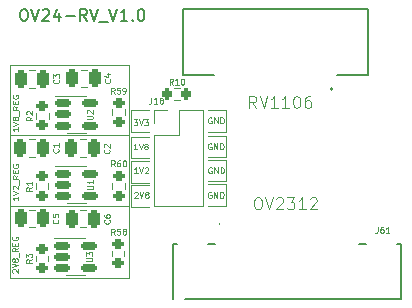
<source format=gto>
G04 #@! TF.GenerationSoftware,KiCad,Pcbnew,9.0.0*
G04 #@! TF.CreationDate,2025-09-01T12:56:58+03:00*
G04 #@! TF.ProjectId,OV24-RV_V1.0,4f563234-2d52-4565-9f56-312e302e6b69,rev?*
G04 #@! TF.SameCoordinates,Original*
G04 #@! TF.FileFunction,Legend,Top*
G04 #@! TF.FilePolarity,Positive*
%FSLAX46Y46*%
G04 Gerber Fmt 4.6, Leading zero omitted, Abs format (unit mm)*
G04 Created by KiCad (PCBNEW 9.0.0) date 2025-09-01 12:56:58*
%MOMM*%
%LPD*%
G01*
G04 APERTURE LIST*
G04 Aperture macros list*
%AMRoundRect*
0 Rectangle with rounded corners*
0 $1 Rounding radius*
0 $2 $3 $4 $5 $6 $7 $8 $9 X,Y pos of 4 corners*
0 Add a 4 corners polygon primitive as box body*
4,1,4,$2,$3,$4,$5,$6,$7,$8,$9,$2,$3,0*
0 Add four circle primitives for the rounded corners*
1,1,$1+$1,$2,$3*
1,1,$1+$1,$4,$5*
1,1,$1+$1,$6,$7*
1,1,$1+$1,$8,$9*
0 Add four rect primitives between the rounded corners*
20,1,$1+$1,$2,$3,$4,$5,0*
20,1,$1+$1,$4,$5,$6,$7,0*
20,1,$1+$1,$6,$7,$8,$9,0*
20,1,$1+$1,$8,$9,$2,$3,0*%
G04 Aperture macros list end*
%ADD10C,0.100000*%
%ADD11C,0.120000*%
%ADD12C,0.050000*%
%ADD13C,0.125000*%
%ADD14C,0.150000*%
%ADD15C,0.200000*%
%ADD16RoundRect,0.150000X-0.512500X-0.150000X0.512500X-0.150000X0.512500X0.150000X-0.512500X0.150000X0*%
%ADD17RoundRect,0.250000X0.250000X0.475000X-0.250000X0.475000X-0.250000X-0.475000X0.250000X-0.475000X0*%
%ADD18R,0.300000X1.100000*%
%ADD19R,2.100000X1.600000*%
%ADD20R,1.300000X0.350000*%
%ADD21R,1.350000X1.350000*%
%ADD22O,1.350000X1.350000*%
%ADD23RoundRect,0.200000X-0.275000X0.200000X-0.275000X-0.200000X0.275000X-0.200000X0.275000X0.200000X0*%
%ADD24RoundRect,0.200000X-0.200000X-0.275000X0.200000X-0.275000X0.200000X0.275000X-0.200000X0.275000X0*%
%ADD25R,0.300000X1.600000*%
%ADD26R,2.240000X3.120000*%
G04 APERTURE END LIST*
D10*
X75210610Y-76623669D02*
X75401086Y-76623669D01*
X75401086Y-76623669D02*
X75496324Y-76671288D01*
X75496324Y-76671288D02*
X75591562Y-76766526D01*
X75591562Y-76766526D02*
X75639181Y-76957002D01*
X75639181Y-76957002D02*
X75639181Y-77290335D01*
X75639181Y-77290335D02*
X75591562Y-77480811D01*
X75591562Y-77480811D02*
X75496324Y-77576050D01*
X75496324Y-77576050D02*
X75401086Y-77623669D01*
X75401086Y-77623669D02*
X75210610Y-77623669D01*
X75210610Y-77623669D02*
X75115372Y-77576050D01*
X75115372Y-77576050D02*
X75020134Y-77480811D01*
X75020134Y-77480811D02*
X74972515Y-77290335D01*
X74972515Y-77290335D02*
X74972515Y-76957002D01*
X74972515Y-76957002D02*
X75020134Y-76766526D01*
X75020134Y-76766526D02*
X75115372Y-76671288D01*
X75115372Y-76671288D02*
X75210610Y-76623669D01*
X75924896Y-76623669D02*
X76258229Y-77623669D01*
X76258229Y-77623669D02*
X76591562Y-76623669D01*
X76877277Y-76718907D02*
X76924896Y-76671288D01*
X76924896Y-76671288D02*
X77020134Y-76623669D01*
X77020134Y-76623669D02*
X77258229Y-76623669D01*
X77258229Y-76623669D02*
X77353467Y-76671288D01*
X77353467Y-76671288D02*
X77401086Y-76718907D01*
X77401086Y-76718907D02*
X77448705Y-76814145D01*
X77448705Y-76814145D02*
X77448705Y-76909383D01*
X77448705Y-76909383D02*
X77401086Y-77052240D01*
X77401086Y-77052240D02*
X76829658Y-77623669D01*
X76829658Y-77623669D02*
X77448705Y-77623669D01*
X77782039Y-76623669D02*
X78401086Y-76623669D01*
X78401086Y-76623669D02*
X78067753Y-77004621D01*
X78067753Y-77004621D02*
X78210610Y-77004621D01*
X78210610Y-77004621D02*
X78305848Y-77052240D01*
X78305848Y-77052240D02*
X78353467Y-77099859D01*
X78353467Y-77099859D02*
X78401086Y-77195097D01*
X78401086Y-77195097D02*
X78401086Y-77433192D01*
X78401086Y-77433192D02*
X78353467Y-77528430D01*
X78353467Y-77528430D02*
X78305848Y-77576050D01*
X78305848Y-77576050D02*
X78210610Y-77623669D01*
X78210610Y-77623669D02*
X77924896Y-77623669D01*
X77924896Y-77623669D02*
X77829658Y-77576050D01*
X77829658Y-77576050D02*
X77782039Y-77528430D01*
X79353467Y-77623669D02*
X78782039Y-77623669D01*
X79067753Y-77623669D02*
X79067753Y-76623669D01*
X79067753Y-76623669D02*
X78972515Y-76766526D01*
X78972515Y-76766526D02*
X78877277Y-76861764D01*
X78877277Y-76861764D02*
X78782039Y-76909383D01*
X79734420Y-76718907D02*
X79782039Y-76671288D01*
X79782039Y-76671288D02*
X79877277Y-76623669D01*
X79877277Y-76623669D02*
X80115372Y-76623669D01*
X80115372Y-76623669D02*
X80210610Y-76671288D01*
X80210610Y-76671288D02*
X80258229Y-76718907D01*
X80258229Y-76718907D02*
X80305848Y-76814145D01*
X80305848Y-76814145D02*
X80305848Y-76909383D01*
X80305848Y-76909383D02*
X80258229Y-77052240D01*
X80258229Y-77052240D02*
X79686801Y-77623669D01*
X79686801Y-77623669D02*
X80305848Y-77623669D01*
X75161562Y-69033669D02*
X74828229Y-68557478D01*
X74590134Y-69033669D02*
X74590134Y-68033669D01*
X74590134Y-68033669D02*
X74971086Y-68033669D01*
X74971086Y-68033669D02*
X75066324Y-68081288D01*
X75066324Y-68081288D02*
X75113943Y-68128907D01*
X75113943Y-68128907D02*
X75161562Y-68224145D01*
X75161562Y-68224145D02*
X75161562Y-68367002D01*
X75161562Y-68367002D02*
X75113943Y-68462240D01*
X75113943Y-68462240D02*
X75066324Y-68509859D01*
X75066324Y-68509859D02*
X74971086Y-68557478D01*
X74971086Y-68557478D02*
X74590134Y-68557478D01*
X75447277Y-68033669D02*
X75780610Y-69033669D01*
X75780610Y-69033669D02*
X76113943Y-68033669D01*
X76971086Y-69033669D02*
X76399658Y-69033669D01*
X76685372Y-69033669D02*
X76685372Y-68033669D01*
X76685372Y-68033669D02*
X76590134Y-68176526D01*
X76590134Y-68176526D02*
X76494896Y-68271764D01*
X76494896Y-68271764D02*
X76399658Y-68319383D01*
X77923467Y-69033669D02*
X77352039Y-69033669D01*
X77637753Y-69033669D02*
X77637753Y-68033669D01*
X77637753Y-68033669D02*
X77542515Y-68176526D01*
X77542515Y-68176526D02*
X77447277Y-68271764D01*
X77447277Y-68271764D02*
X77352039Y-68319383D01*
X78542515Y-68033669D02*
X78637753Y-68033669D01*
X78637753Y-68033669D02*
X78732991Y-68081288D01*
X78732991Y-68081288D02*
X78780610Y-68128907D01*
X78780610Y-68128907D02*
X78828229Y-68224145D01*
X78828229Y-68224145D02*
X78875848Y-68414621D01*
X78875848Y-68414621D02*
X78875848Y-68652716D01*
X78875848Y-68652716D02*
X78828229Y-68843192D01*
X78828229Y-68843192D02*
X78780610Y-68938430D01*
X78780610Y-68938430D02*
X78732991Y-68986050D01*
X78732991Y-68986050D02*
X78637753Y-69033669D01*
X78637753Y-69033669D02*
X78542515Y-69033669D01*
X78542515Y-69033669D02*
X78447277Y-68986050D01*
X78447277Y-68986050D02*
X78399658Y-68938430D01*
X78399658Y-68938430D02*
X78352039Y-68843192D01*
X78352039Y-68843192D02*
X78304420Y-68652716D01*
X78304420Y-68652716D02*
X78304420Y-68414621D01*
X78304420Y-68414621D02*
X78352039Y-68224145D01*
X78352039Y-68224145D02*
X78399658Y-68128907D01*
X78399658Y-68128907D02*
X78447277Y-68081288D01*
X78447277Y-68081288D02*
X78542515Y-68033669D01*
X79732991Y-68033669D02*
X79542515Y-68033669D01*
X79542515Y-68033669D02*
X79447277Y-68081288D01*
X79447277Y-68081288D02*
X79399658Y-68128907D01*
X79399658Y-68128907D02*
X79304420Y-68271764D01*
X79304420Y-68271764D02*
X79256801Y-68462240D01*
X79256801Y-68462240D02*
X79256801Y-68843192D01*
X79256801Y-68843192D02*
X79304420Y-68938430D01*
X79304420Y-68938430D02*
X79352039Y-68986050D01*
X79352039Y-68986050D02*
X79447277Y-69033669D01*
X79447277Y-69033669D02*
X79637753Y-69033669D01*
X79637753Y-69033669D02*
X79732991Y-68986050D01*
X79732991Y-68986050D02*
X79780610Y-68938430D01*
X79780610Y-68938430D02*
X79828229Y-68843192D01*
X79828229Y-68843192D02*
X79828229Y-68605097D01*
X79828229Y-68605097D02*
X79780610Y-68509859D01*
X79780610Y-68509859D02*
X79732991Y-68462240D01*
X79732991Y-68462240D02*
X79637753Y-68414621D01*
X79637753Y-68414621D02*
X79447277Y-68414621D01*
X79447277Y-68414621D02*
X79352039Y-68462240D01*
X79352039Y-68462240D02*
X79304420Y-68509859D01*
X79304420Y-68509859D02*
X79256801Y-68605097D01*
D11*
X72583750Y-71051250D02*
X72583750Y-69211250D01*
X71093750Y-77361250D02*
X72573750Y-77361250D01*
X66043750Y-69241250D02*
X64563750Y-69241250D01*
X71113750Y-75271250D02*
X72593750Y-75271250D01*
X72573750Y-73241250D02*
X72573750Y-71401250D01*
X72573750Y-77361250D02*
X72573750Y-75521250D01*
X72573750Y-75521250D02*
X71073750Y-75521250D01*
X66063750Y-73551250D02*
X64583750Y-73551250D01*
X64563750Y-73311250D02*
X66063750Y-73311250D01*
X71093750Y-73241250D02*
X72573750Y-73241250D01*
X64563750Y-69241250D02*
X64563750Y-71081250D01*
D12*
X54323750Y-71381250D02*
X64373750Y-71381250D01*
X64373750Y-77351250D01*
X54323750Y-77351250D01*
X54323750Y-71381250D01*
D11*
X64583750Y-75391250D02*
X66083750Y-75391250D01*
X72573750Y-71401250D02*
X71073750Y-71401250D01*
X66073750Y-75611250D02*
X64593750Y-75611250D01*
X64583750Y-73551250D02*
X64583750Y-75391250D01*
X71103750Y-71051250D02*
X72583750Y-71051250D01*
X72593750Y-73431250D02*
X71093750Y-73431250D01*
X64563750Y-71471250D02*
X64563750Y-73311250D01*
X66043750Y-71471250D02*
X64563750Y-71471250D01*
X64593750Y-77451250D02*
X66093750Y-77451250D01*
X64563750Y-71081250D02*
X66063750Y-71081250D01*
X72593750Y-75271250D02*
X72593750Y-73431250D01*
D12*
X54323750Y-65411250D02*
X64373750Y-65411250D01*
X64373750Y-71381250D01*
X54323750Y-71381250D01*
X54323750Y-65411250D01*
X54323750Y-77351250D02*
X64373750Y-77351250D01*
X64373750Y-83481250D01*
X54323750Y-83481250D01*
X54323750Y-77351250D01*
D11*
X64593750Y-75611250D02*
X64593750Y-77451250D01*
X72583750Y-69211250D02*
X71083750Y-69211250D01*
D13*
X65126938Y-74583559D02*
X64841224Y-74583559D01*
X64984081Y-74583559D02*
X64984081Y-74083559D01*
X64984081Y-74083559D02*
X64936462Y-74154988D01*
X64936462Y-74154988D02*
X64888843Y-74202607D01*
X64888843Y-74202607D02*
X64841224Y-74226416D01*
X65269795Y-74083559D02*
X65436461Y-74583559D01*
X65436461Y-74583559D02*
X65603128Y-74083559D01*
X65745985Y-74131178D02*
X65769794Y-74107369D01*
X65769794Y-74107369D02*
X65817413Y-74083559D01*
X65817413Y-74083559D02*
X65936461Y-74083559D01*
X65936461Y-74083559D02*
X65984080Y-74107369D01*
X65984080Y-74107369D02*
X66007889Y-74131178D01*
X66007889Y-74131178D02*
X66031699Y-74178797D01*
X66031699Y-74178797D02*
X66031699Y-74226416D01*
X66031699Y-74226416D02*
X66007889Y-74297845D01*
X66007889Y-74297845D02*
X65722175Y-74583559D01*
X65722175Y-74583559D02*
X66031699Y-74583559D01*
D14*
X55401005Y-60681069D02*
X55591481Y-60681069D01*
X55591481Y-60681069D02*
X55686719Y-60728688D01*
X55686719Y-60728688D02*
X55781957Y-60823926D01*
X55781957Y-60823926D02*
X55829576Y-61014402D01*
X55829576Y-61014402D02*
X55829576Y-61347735D01*
X55829576Y-61347735D02*
X55781957Y-61538211D01*
X55781957Y-61538211D02*
X55686719Y-61633450D01*
X55686719Y-61633450D02*
X55591481Y-61681069D01*
X55591481Y-61681069D02*
X55401005Y-61681069D01*
X55401005Y-61681069D02*
X55305767Y-61633450D01*
X55305767Y-61633450D02*
X55210529Y-61538211D01*
X55210529Y-61538211D02*
X55162910Y-61347735D01*
X55162910Y-61347735D02*
X55162910Y-61014402D01*
X55162910Y-61014402D02*
X55210529Y-60823926D01*
X55210529Y-60823926D02*
X55305767Y-60728688D01*
X55305767Y-60728688D02*
X55401005Y-60681069D01*
X56115291Y-60681069D02*
X56448624Y-61681069D01*
X56448624Y-61681069D02*
X56781957Y-60681069D01*
X57067672Y-60776307D02*
X57115291Y-60728688D01*
X57115291Y-60728688D02*
X57210529Y-60681069D01*
X57210529Y-60681069D02*
X57448624Y-60681069D01*
X57448624Y-60681069D02*
X57543862Y-60728688D01*
X57543862Y-60728688D02*
X57591481Y-60776307D01*
X57591481Y-60776307D02*
X57639100Y-60871545D01*
X57639100Y-60871545D02*
X57639100Y-60966783D01*
X57639100Y-60966783D02*
X57591481Y-61109640D01*
X57591481Y-61109640D02*
X57020053Y-61681069D01*
X57020053Y-61681069D02*
X57639100Y-61681069D01*
X58496243Y-61014402D02*
X58496243Y-61681069D01*
X58258148Y-60633450D02*
X58020053Y-61347735D01*
X58020053Y-61347735D02*
X58639100Y-61347735D01*
X59020053Y-61300116D02*
X59781958Y-61300116D01*
X60829576Y-61681069D02*
X60496243Y-61204878D01*
X60258148Y-61681069D02*
X60258148Y-60681069D01*
X60258148Y-60681069D02*
X60639100Y-60681069D01*
X60639100Y-60681069D02*
X60734338Y-60728688D01*
X60734338Y-60728688D02*
X60781957Y-60776307D01*
X60781957Y-60776307D02*
X60829576Y-60871545D01*
X60829576Y-60871545D02*
X60829576Y-61014402D01*
X60829576Y-61014402D02*
X60781957Y-61109640D01*
X60781957Y-61109640D02*
X60734338Y-61157259D01*
X60734338Y-61157259D02*
X60639100Y-61204878D01*
X60639100Y-61204878D02*
X60258148Y-61204878D01*
X61115291Y-60681069D02*
X61448624Y-61681069D01*
X61448624Y-61681069D02*
X61781957Y-60681069D01*
X61877196Y-61776307D02*
X62639100Y-61776307D01*
X62734339Y-60681069D02*
X63067672Y-61681069D01*
X63067672Y-61681069D02*
X63401005Y-60681069D01*
X64258148Y-61681069D02*
X63686720Y-61681069D01*
X63972434Y-61681069D02*
X63972434Y-60681069D01*
X63972434Y-60681069D02*
X63877196Y-60823926D01*
X63877196Y-60823926D02*
X63781958Y-60919164D01*
X63781958Y-60919164D02*
X63686720Y-60966783D01*
X64686720Y-61585830D02*
X64734339Y-61633450D01*
X64734339Y-61633450D02*
X64686720Y-61681069D01*
X64686720Y-61681069D02*
X64639101Y-61633450D01*
X64639101Y-61633450D02*
X64686720Y-61585830D01*
X64686720Y-61585830D02*
X64686720Y-61681069D01*
X65353386Y-60681069D02*
X65448624Y-60681069D01*
X65448624Y-60681069D02*
X65543862Y-60728688D01*
X65543862Y-60728688D02*
X65591481Y-60776307D01*
X65591481Y-60776307D02*
X65639100Y-60871545D01*
X65639100Y-60871545D02*
X65686719Y-61062021D01*
X65686719Y-61062021D02*
X65686719Y-61300116D01*
X65686719Y-61300116D02*
X65639100Y-61490592D01*
X65639100Y-61490592D02*
X65591481Y-61585830D01*
X65591481Y-61585830D02*
X65543862Y-61633450D01*
X65543862Y-61633450D02*
X65448624Y-61681069D01*
X65448624Y-61681069D02*
X65353386Y-61681069D01*
X65353386Y-61681069D02*
X65258148Y-61633450D01*
X65258148Y-61633450D02*
X65210529Y-61585830D01*
X65210529Y-61585830D02*
X65162910Y-61490592D01*
X65162910Y-61490592D02*
X65115291Y-61300116D01*
X65115291Y-61300116D02*
X65115291Y-61062021D01*
X65115291Y-61062021D02*
X65162910Y-60871545D01*
X65162910Y-60871545D02*
X65210529Y-60776307D01*
X65210529Y-60776307D02*
X65258148Y-60728688D01*
X65258148Y-60728688D02*
X65353386Y-60681069D01*
D13*
X71376938Y-74097369D02*
X71329319Y-74073559D01*
X71329319Y-74073559D02*
X71257890Y-74073559D01*
X71257890Y-74073559D02*
X71186462Y-74097369D01*
X71186462Y-74097369D02*
X71138843Y-74144988D01*
X71138843Y-74144988D02*
X71115033Y-74192607D01*
X71115033Y-74192607D02*
X71091224Y-74287845D01*
X71091224Y-74287845D02*
X71091224Y-74359273D01*
X71091224Y-74359273D02*
X71115033Y-74454511D01*
X71115033Y-74454511D02*
X71138843Y-74502130D01*
X71138843Y-74502130D02*
X71186462Y-74549750D01*
X71186462Y-74549750D02*
X71257890Y-74573559D01*
X71257890Y-74573559D02*
X71305509Y-74573559D01*
X71305509Y-74573559D02*
X71376938Y-74549750D01*
X71376938Y-74549750D02*
X71400747Y-74525940D01*
X71400747Y-74525940D02*
X71400747Y-74359273D01*
X71400747Y-74359273D02*
X71305509Y-74359273D01*
X71615033Y-74573559D02*
X71615033Y-74073559D01*
X71615033Y-74073559D02*
X71900747Y-74573559D01*
X71900747Y-74573559D02*
X71900747Y-74073559D01*
X72138843Y-74573559D02*
X72138843Y-74073559D01*
X72138843Y-74073559D02*
X72257891Y-74073559D01*
X72257891Y-74073559D02*
X72329319Y-74097369D01*
X72329319Y-74097369D02*
X72376938Y-74144988D01*
X72376938Y-74144988D02*
X72400748Y-74192607D01*
X72400748Y-74192607D02*
X72424557Y-74287845D01*
X72424557Y-74287845D02*
X72424557Y-74359273D01*
X72424557Y-74359273D02*
X72400748Y-74454511D01*
X72400748Y-74454511D02*
X72376938Y-74502130D01*
X72376938Y-74502130D02*
X72329319Y-74549750D01*
X72329319Y-74549750D02*
X72257891Y-74573559D01*
X72257891Y-74573559D02*
X72138843Y-74573559D01*
X55026059Y-70698061D02*
X55026059Y-70983775D01*
X55026059Y-70840918D02*
X54526059Y-70840918D01*
X54526059Y-70840918D02*
X54597488Y-70888537D01*
X54597488Y-70888537D02*
X54645107Y-70936156D01*
X54645107Y-70936156D02*
X54668916Y-70983775D01*
X54526059Y-70555204D02*
X55026059Y-70388538D01*
X55026059Y-70388538D02*
X54526059Y-70221871D01*
X54740345Y-69983776D02*
X54716535Y-70031395D01*
X54716535Y-70031395D02*
X54692726Y-70055205D01*
X54692726Y-70055205D02*
X54645107Y-70079014D01*
X54645107Y-70079014D02*
X54621297Y-70079014D01*
X54621297Y-70079014D02*
X54573678Y-70055205D01*
X54573678Y-70055205D02*
X54549869Y-70031395D01*
X54549869Y-70031395D02*
X54526059Y-69983776D01*
X54526059Y-69983776D02*
X54526059Y-69888538D01*
X54526059Y-69888538D02*
X54549869Y-69840919D01*
X54549869Y-69840919D02*
X54573678Y-69817110D01*
X54573678Y-69817110D02*
X54621297Y-69793300D01*
X54621297Y-69793300D02*
X54645107Y-69793300D01*
X54645107Y-69793300D02*
X54692726Y-69817110D01*
X54692726Y-69817110D02*
X54716535Y-69840919D01*
X54716535Y-69840919D02*
X54740345Y-69888538D01*
X54740345Y-69888538D02*
X54740345Y-69983776D01*
X54740345Y-69983776D02*
X54764154Y-70031395D01*
X54764154Y-70031395D02*
X54787964Y-70055205D01*
X54787964Y-70055205D02*
X54835583Y-70079014D01*
X54835583Y-70079014D02*
X54930821Y-70079014D01*
X54930821Y-70079014D02*
X54978440Y-70055205D01*
X54978440Y-70055205D02*
X55002250Y-70031395D01*
X55002250Y-70031395D02*
X55026059Y-69983776D01*
X55026059Y-69983776D02*
X55026059Y-69888538D01*
X55026059Y-69888538D02*
X55002250Y-69840919D01*
X55002250Y-69840919D02*
X54978440Y-69817110D01*
X54978440Y-69817110D02*
X54930821Y-69793300D01*
X54930821Y-69793300D02*
X54835583Y-69793300D01*
X54835583Y-69793300D02*
X54787964Y-69817110D01*
X54787964Y-69817110D02*
X54764154Y-69840919D01*
X54764154Y-69840919D02*
X54740345Y-69888538D01*
X55073678Y-69698063D02*
X55073678Y-69317110D01*
X55026059Y-68912349D02*
X54787964Y-69079015D01*
X55026059Y-69198063D02*
X54526059Y-69198063D01*
X54526059Y-69198063D02*
X54526059Y-69007587D01*
X54526059Y-69007587D02*
X54549869Y-68959968D01*
X54549869Y-68959968D02*
X54573678Y-68936158D01*
X54573678Y-68936158D02*
X54621297Y-68912349D01*
X54621297Y-68912349D02*
X54692726Y-68912349D01*
X54692726Y-68912349D02*
X54740345Y-68936158D01*
X54740345Y-68936158D02*
X54764154Y-68959968D01*
X54764154Y-68959968D02*
X54787964Y-69007587D01*
X54787964Y-69007587D02*
X54787964Y-69198063D01*
X54764154Y-68698063D02*
X54764154Y-68531396D01*
X55026059Y-68459968D02*
X55026059Y-68698063D01*
X55026059Y-68698063D02*
X54526059Y-68698063D01*
X54526059Y-68698063D02*
X54526059Y-68459968D01*
X54549869Y-67983777D02*
X54526059Y-68031396D01*
X54526059Y-68031396D02*
X54526059Y-68102825D01*
X54526059Y-68102825D02*
X54549869Y-68174253D01*
X54549869Y-68174253D02*
X54597488Y-68221872D01*
X54597488Y-68221872D02*
X54645107Y-68245682D01*
X54645107Y-68245682D02*
X54740345Y-68269491D01*
X54740345Y-68269491D02*
X54811773Y-68269491D01*
X54811773Y-68269491D02*
X54907011Y-68245682D01*
X54907011Y-68245682D02*
X54954630Y-68221872D01*
X54954630Y-68221872D02*
X55002250Y-68174253D01*
X55002250Y-68174253D02*
X55026059Y-68102825D01*
X55026059Y-68102825D02*
X55026059Y-68055206D01*
X55026059Y-68055206D02*
X55002250Y-67983777D01*
X55002250Y-67983777D02*
X54978440Y-67959968D01*
X54978440Y-67959968D02*
X54811773Y-67959968D01*
X54811773Y-67959968D02*
X54811773Y-68055206D01*
X64787414Y-70023559D02*
X65096938Y-70023559D01*
X65096938Y-70023559D02*
X64930271Y-70214035D01*
X64930271Y-70214035D02*
X65001700Y-70214035D01*
X65001700Y-70214035D02*
X65049319Y-70237845D01*
X65049319Y-70237845D02*
X65073128Y-70261654D01*
X65073128Y-70261654D02*
X65096938Y-70309273D01*
X65096938Y-70309273D02*
X65096938Y-70428321D01*
X65096938Y-70428321D02*
X65073128Y-70475940D01*
X65073128Y-70475940D02*
X65049319Y-70499750D01*
X65049319Y-70499750D02*
X65001700Y-70523559D01*
X65001700Y-70523559D02*
X64858843Y-70523559D01*
X64858843Y-70523559D02*
X64811224Y-70499750D01*
X64811224Y-70499750D02*
X64787414Y-70475940D01*
X65239795Y-70023559D02*
X65406461Y-70523559D01*
X65406461Y-70523559D02*
X65573128Y-70023559D01*
X65692175Y-70023559D02*
X66001699Y-70023559D01*
X66001699Y-70023559D02*
X65835032Y-70214035D01*
X65835032Y-70214035D02*
X65906461Y-70214035D01*
X65906461Y-70214035D02*
X65954080Y-70237845D01*
X65954080Y-70237845D02*
X65977889Y-70261654D01*
X65977889Y-70261654D02*
X66001699Y-70309273D01*
X66001699Y-70309273D02*
X66001699Y-70428321D01*
X66001699Y-70428321D02*
X65977889Y-70475940D01*
X65977889Y-70475940D02*
X65954080Y-70499750D01*
X65954080Y-70499750D02*
X65906461Y-70523559D01*
X65906461Y-70523559D02*
X65763604Y-70523559D01*
X65763604Y-70523559D02*
X65715985Y-70499750D01*
X65715985Y-70499750D02*
X65692175Y-70475940D01*
X54543678Y-82983775D02*
X54519869Y-82959966D01*
X54519869Y-82959966D02*
X54496059Y-82912347D01*
X54496059Y-82912347D02*
X54496059Y-82793299D01*
X54496059Y-82793299D02*
X54519869Y-82745680D01*
X54519869Y-82745680D02*
X54543678Y-82721871D01*
X54543678Y-82721871D02*
X54591297Y-82698061D01*
X54591297Y-82698061D02*
X54638916Y-82698061D01*
X54638916Y-82698061D02*
X54710345Y-82721871D01*
X54710345Y-82721871D02*
X54996059Y-83007585D01*
X54996059Y-83007585D02*
X54996059Y-82698061D01*
X54496059Y-82555204D02*
X54996059Y-82388538D01*
X54996059Y-82388538D02*
X54496059Y-82221871D01*
X54710345Y-81983776D02*
X54686535Y-82031395D01*
X54686535Y-82031395D02*
X54662726Y-82055205D01*
X54662726Y-82055205D02*
X54615107Y-82079014D01*
X54615107Y-82079014D02*
X54591297Y-82079014D01*
X54591297Y-82079014D02*
X54543678Y-82055205D01*
X54543678Y-82055205D02*
X54519869Y-82031395D01*
X54519869Y-82031395D02*
X54496059Y-81983776D01*
X54496059Y-81983776D02*
X54496059Y-81888538D01*
X54496059Y-81888538D02*
X54519869Y-81840919D01*
X54519869Y-81840919D02*
X54543678Y-81817110D01*
X54543678Y-81817110D02*
X54591297Y-81793300D01*
X54591297Y-81793300D02*
X54615107Y-81793300D01*
X54615107Y-81793300D02*
X54662726Y-81817110D01*
X54662726Y-81817110D02*
X54686535Y-81840919D01*
X54686535Y-81840919D02*
X54710345Y-81888538D01*
X54710345Y-81888538D02*
X54710345Y-81983776D01*
X54710345Y-81983776D02*
X54734154Y-82031395D01*
X54734154Y-82031395D02*
X54757964Y-82055205D01*
X54757964Y-82055205D02*
X54805583Y-82079014D01*
X54805583Y-82079014D02*
X54900821Y-82079014D01*
X54900821Y-82079014D02*
X54948440Y-82055205D01*
X54948440Y-82055205D02*
X54972250Y-82031395D01*
X54972250Y-82031395D02*
X54996059Y-81983776D01*
X54996059Y-81983776D02*
X54996059Y-81888538D01*
X54996059Y-81888538D02*
X54972250Y-81840919D01*
X54972250Y-81840919D02*
X54948440Y-81817110D01*
X54948440Y-81817110D02*
X54900821Y-81793300D01*
X54900821Y-81793300D02*
X54805583Y-81793300D01*
X54805583Y-81793300D02*
X54757964Y-81817110D01*
X54757964Y-81817110D02*
X54734154Y-81840919D01*
X54734154Y-81840919D02*
X54710345Y-81888538D01*
X55043678Y-81698063D02*
X55043678Y-81317110D01*
X54996059Y-80912349D02*
X54757964Y-81079015D01*
X54996059Y-81198063D02*
X54496059Y-81198063D01*
X54496059Y-81198063D02*
X54496059Y-81007587D01*
X54496059Y-81007587D02*
X54519869Y-80959968D01*
X54519869Y-80959968D02*
X54543678Y-80936158D01*
X54543678Y-80936158D02*
X54591297Y-80912349D01*
X54591297Y-80912349D02*
X54662726Y-80912349D01*
X54662726Y-80912349D02*
X54710345Y-80936158D01*
X54710345Y-80936158D02*
X54734154Y-80959968D01*
X54734154Y-80959968D02*
X54757964Y-81007587D01*
X54757964Y-81007587D02*
X54757964Y-81198063D01*
X54734154Y-80698063D02*
X54734154Y-80531396D01*
X54996059Y-80459968D02*
X54996059Y-80698063D01*
X54996059Y-80698063D02*
X54496059Y-80698063D01*
X54496059Y-80698063D02*
X54496059Y-80459968D01*
X54519869Y-79983777D02*
X54496059Y-80031396D01*
X54496059Y-80031396D02*
X54496059Y-80102825D01*
X54496059Y-80102825D02*
X54519869Y-80174253D01*
X54519869Y-80174253D02*
X54567488Y-80221872D01*
X54567488Y-80221872D02*
X54615107Y-80245682D01*
X54615107Y-80245682D02*
X54710345Y-80269491D01*
X54710345Y-80269491D02*
X54781773Y-80269491D01*
X54781773Y-80269491D02*
X54877011Y-80245682D01*
X54877011Y-80245682D02*
X54924630Y-80221872D01*
X54924630Y-80221872D02*
X54972250Y-80174253D01*
X54972250Y-80174253D02*
X54996059Y-80102825D01*
X54996059Y-80102825D02*
X54996059Y-80055206D01*
X54996059Y-80055206D02*
X54972250Y-79983777D01*
X54972250Y-79983777D02*
X54948440Y-79959968D01*
X54948440Y-79959968D02*
X54781773Y-79959968D01*
X54781773Y-79959968D02*
X54781773Y-80055206D01*
X71356938Y-72067369D02*
X71309319Y-72043559D01*
X71309319Y-72043559D02*
X71237890Y-72043559D01*
X71237890Y-72043559D02*
X71166462Y-72067369D01*
X71166462Y-72067369D02*
X71118843Y-72114988D01*
X71118843Y-72114988D02*
X71095033Y-72162607D01*
X71095033Y-72162607D02*
X71071224Y-72257845D01*
X71071224Y-72257845D02*
X71071224Y-72329273D01*
X71071224Y-72329273D02*
X71095033Y-72424511D01*
X71095033Y-72424511D02*
X71118843Y-72472130D01*
X71118843Y-72472130D02*
X71166462Y-72519750D01*
X71166462Y-72519750D02*
X71237890Y-72543559D01*
X71237890Y-72543559D02*
X71285509Y-72543559D01*
X71285509Y-72543559D02*
X71356938Y-72519750D01*
X71356938Y-72519750D02*
X71380747Y-72495940D01*
X71380747Y-72495940D02*
X71380747Y-72329273D01*
X71380747Y-72329273D02*
X71285509Y-72329273D01*
X71595033Y-72543559D02*
X71595033Y-72043559D01*
X71595033Y-72043559D02*
X71880747Y-72543559D01*
X71880747Y-72543559D02*
X71880747Y-72043559D01*
X72118843Y-72543559D02*
X72118843Y-72043559D01*
X72118843Y-72043559D02*
X72237891Y-72043559D01*
X72237891Y-72043559D02*
X72309319Y-72067369D01*
X72309319Y-72067369D02*
X72356938Y-72114988D01*
X72356938Y-72114988D02*
X72380748Y-72162607D01*
X72380748Y-72162607D02*
X72404557Y-72257845D01*
X72404557Y-72257845D02*
X72404557Y-72329273D01*
X72404557Y-72329273D02*
X72380748Y-72424511D01*
X72380748Y-72424511D02*
X72356938Y-72472130D01*
X72356938Y-72472130D02*
X72309319Y-72519750D01*
X72309319Y-72519750D02*
X72237891Y-72543559D01*
X72237891Y-72543559D02*
X72118843Y-72543559D01*
X64851224Y-76211178D02*
X64875033Y-76187369D01*
X64875033Y-76187369D02*
X64922652Y-76163559D01*
X64922652Y-76163559D02*
X65041700Y-76163559D01*
X65041700Y-76163559D02*
X65089319Y-76187369D01*
X65089319Y-76187369D02*
X65113128Y-76211178D01*
X65113128Y-76211178D02*
X65136938Y-76258797D01*
X65136938Y-76258797D02*
X65136938Y-76306416D01*
X65136938Y-76306416D02*
X65113128Y-76377845D01*
X65113128Y-76377845D02*
X64827414Y-76663559D01*
X64827414Y-76663559D02*
X65136938Y-76663559D01*
X65279795Y-76163559D02*
X65446461Y-76663559D01*
X65446461Y-76663559D02*
X65613128Y-76163559D01*
X65851223Y-76377845D02*
X65803604Y-76354035D01*
X65803604Y-76354035D02*
X65779794Y-76330226D01*
X65779794Y-76330226D02*
X65755985Y-76282607D01*
X65755985Y-76282607D02*
X65755985Y-76258797D01*
X65755985Y-76258797D02*
X65779794Y-76211178D01*
X65779794Y-76211178D02*
X65803604Y-76187369D01*
X65803604Y-76187369D02*
X65851223Y-76163559D01*
X65851223Y-76163559D02*
X65946461Y-76163559D01*
X65946461Y-76163559D02*
X65994080Y-76187369D01*
X65994080Y-76187369D02*
X66017889Y-76211178D01*
X66017889Y-76211178D02*
X66041699Y-76258797D01*
X66041699Y-76258797D02*
X66041699Y-76282607D01*
X66041699Y-76282607D02*
X66017889Y-76330226D01*
X66017889Y-76330226D02*
X65994080Y-76354035D01*
X65994080Y-76354035D02*
X65946461Y-76377845D01*
X65946461Y-76377845D02*
X65851223Y-76377845D01*
X65851223Y-76377845D02*
X65803604Y-76401654D01*
X65803604Y-76401654D02*
X65779794Y-76425464D01*
X65779794Y-76425464D02*
X65755985Y-76473083D01*
X65755985Y-76473083D02*
X65755985Y-76568321D01*
X65755985Y-76568321D02*
X65779794Y-76615940D01*
X65779794Y-76615940D02*
X65803604Y-76639750D01*
X65803604Y-76639750D02*
X65851223Y-76663559D01*
X65851223Y-76663559D02*
X65946461Y-76663559D01*
X65946461Y-76663559D02*
X65994080Y-76639750D01*
X65994080Y-76639750D02*
X66017889Y-76615940D01*
X66017889Y-76615940D02*
X66041699Y-76568321D01*
X66041699Y-76568321D02*
X66041699Y-76473083D01*
X66041699Y-76473083D02*
X66017889Y-76425464D01*
X66017889Y-76425464D02*
X65994080Y-76401654D01*
X65994080Y-76401654D02*
X65946461Y-76377845D01*
X65066938Y-72563559D02*
X64781224Y-72563559D01*
X64924081Y-72563559D02*
X64924081Y-72063559D01*
X64924081Y-72063559D02*
X64876462Y-72134988D01*
X64876462Y-72134988D02*
X64828843Y-72182607D01*
X64828843Y-72182607D02*
X64781224Y-72206416D01*
X65209795Y-72063559D02*
X65376461Y-72563559D01*
X65376461Y-72563559D02*
X65543128Y-72063559D01*
X65781223Y-72277845D02*
X65733604Y-72254035D01*
X65733604Y-72254035D02*
X65709794Y-72230226D01*
X65709794Y-72230226D02*
X65685985Y-72182607D01*
X65685985Y-72182607D02*
X65685985Y-72158797D01*
X65685985Y-72158797D02*
X65709794Y-72111178D01*
X65709794Y-72111178D02*
X65733604Y-72087369D01*
X65733604Y-72087369D02*
X65781223Y-72063559D01*
X65781223Y-72063559D02*
X65876461Y-72063559D01*
X65876461Y-72063559D02*
X65924080Y-72087369D01*
X65924080Y-72087369D02*
X65947889Y-72111178D01*
X65947889Y-72111178D02*
X65971699Y-72158797D01*
X65971699Y-72158797D02*
X65971699Y-72182607D01*
X65971699Y-72182607D02*
X65947889Y-72230226D01*
X65947889Y-72230226D02*
X65924080Y-72254035D01*
X65924080Y-72254035D02*
X65876461Y-72277845D01*
X65876461Y-72277845D02*
X65781223Y-72277845D01*
X65781223Y-72277845D02*
X65733604Y-72301654D01*
X65733604Y-72301654D02*
X65709794Y-72325464D01*
X65709794Y-72325464D02*
X65685985Y-72373083D01*
X65685985Y-72373083D02*
X65685985Y-72468321D01*
X65685985Y-72468321D02*
X65709794Y-72515940D01*
X65709794Y-72515940D02*
X65733604Y-72539750D01*
X65733604Y-72539750D02*
X65781223Y-72563559D01*
X65781223Y-72563559D02*
X65876461Y-72563559D01*
X65876461Y-72563559D02*
X65924080Y-72539750D01*
X65924080Y-72539750D02*
X65947889Y-72515940D01*
X65947889Y-72515940D02*
X65971699Y-72468321D01*
X65971699Y-72468321D02*
X65971699Y-72373083D01*
X65971699Y-72373083D02*
X65947889Y-72325464D01*
X65947889Y-72325464D02*
X65924080Y-72301654D01*
X65924080Y-72301654D02*
X65876461Y-72277845D01*
X71356938Y-76187369D02*
X71309319Y-76163559D01*
X71309319Y-76163559D02*
X71237890Y-76163559D01*
X71237890Y-76163559D02*
X71166462Y-76187369D01*
X71166462Y-76187369D02*
X71118843Y-76234988D01*
X71118843Y-76234988D02*
X71095033Y-76282607D01*
X71095033Y-76282607D02*
X71071224Y-76377845D01*
X71071224Y-76377845D02*
X71071224Y-76449273D01*
X71071224Y-76449273D02*
X71095033Y-76544511D01*
X71095033Y-76544511D02*
X71118843Y-76592130D01*
X71118843Y-76592130D02*
X71166462Y-76639750D01*
X71166462Y-76639750D02*
X71237890Y-76663559D01*
X71237890Y-76663559D02*
X71285509Y-76663559D01*
X71285509Y-76663559D02*
X71356938Y-76639750D01*
X71356938Y-76639750D02*
X71380747Y-76615940D01*
X71380747Y-76615940D02*
X71380747Y-76449273D01*
X71380747Y-76449273D02*
X71285509Y-76449273D01*
X71595033Y-76663559D02*
X71595033Y-76163559D01*
X71595033Y-76163559D02*
X71880747Y-76663559D01*
X71880747Y-76663559D02*
X71880747Y-76163559D01*
X72118843Y-76663559D02*
X72118843Y-76163559D01*
X72118843Y-76163559D02*
X72237891Y-76163559D01*
X72237891Y-76163559D02*
X72309319Y-76187369D01*
X72309319Y-76187369D02*
X72356938Y-76234988D01*
X72356938Y-76234988D02*
X72380748Y-76282607D01*
X72380748Y-76282607D02*
X72404557Y-76377845D01*
X72404557Y-76377845D02*
X72404557Y-76449273D01*
X72404557Y-76449273D02*
X72380748Y-76544511D01*
X72380748Y-76544511D02*
X72356938Y-76592130D01*
X72356938Y-76592130D02*
X72309319Y-76639750D01*
X72309319Y-76639750D02*
X72237891Y-76663559D01*
X72237891Y-76663559D02*
X72118843Y-76663559D01*
X55026059Y-76548061D02*
X55026059Y-76833775D01*
X55026059Y-76690918D02*
X54526059Y-76690918D01*
X54526059Y-76690918D02*
X54597488Y-76738537D01*
X54597488Y-76738537D02*
X54645107Y-76786156D01*
X54645107Y-76786156D02*
X54668916Y-76833775D01*
X54526059Y-76405204D02*
X55026059Y-76238538D01*
X55026059Y-76238538D02*
X54526059Y-76071871D01*
X54573678Y-75929014D02*
X54549869Y-75905205D01*
X54549869Y-75905205D02*
X54526059Y-75857586D01*
X54526059Y-75857586D02*
X54526059Y-75738538D01*
X54526059Y-75738538D02*
X54549869Y-75690919D01*
X54549869Y-75690919D02*
X54573678Y-75667110D01*
X54573678Y-75667110D02*
X54621297Y-75643300D01*
X54621297Y-75643300D02*
X54668916Y-75643300D01*
X54668916Y-75643300D02*
X54740345Y-75667110D01*
X54740345Y-75667110D02*
X55026059Y-75952824D01*
X55026059Y-75952824D02*
X55026059Y-75643300D01*
X55073678Y-75548063D02*
X55073678Y-75167110D01*
X55026059Y-74762349D02*
X54787964Y-74929015D01*
X55026059Y-75048063D02*
X54526059Y-75048063D01*
X54526059Y-75048063D02*
X54526059Y-74857587D01*
X54526059Y-74857587D02*
X54549869Y-74809968D01*
X54549869Y-74809968D02*
X54573678Y-74786158D01*
X54573678Y-74786158D02*
X54621297Y-74762349D01*
X54621297Y-74762349D02*
X54692726Y-74762349D01*
X54692726Y-74762349D02*
X54740345Y-74786158D01*
X54740345Y-74786158D02*
X54764154Y-74809968D01*
X54764154Y-74809968D02*
X54787964Y-74857587D01*
X54787964Y-74857587D02*
X54787964Y-75048063D01*
X54764154Y-74548063D02*
X54764154Y-74381396D01*
X55026059Y-74309968D02*
X55026059Y-74548063D01*
X55026059Y-74548063D02*
X54526059Y-74548063D01*
X54526059Y-74548063D02*
X54526059Y-74309968D01*
X54549869Y-73833777D02*
X54526059Y-73881396D01*
X54526059Y-73881396D02*
X54526059Y-73952825D01*
X54526059Y-73952825D02*
X54549869Y-74024253D01*
X54549869Y-74024253D02*
X54597488Y-74071872D01*
X54597488Y-74071872D02*
X54645107Y-74095682D01*
X54645107Y-74095682D02*
X54740345Y-74119491D01*
X54740345Y-74119491D02*
X54811773Y-74119491D01*
X54811773Y-74119491D02*
X54907011Y-74095682D01*
X54907011Y-74095682D02*
X54954630Y-74071872D01*
X54954630Y-74071872D02*
X55002250Y-74024253D01*
X55002250Y-74024253D02*
X55026059Y-73952825D01*
X55026059Y-73952825D02*
X55026059Y-73905206D01*
X55026059Y-73905206D02*
X55002250Y-73833777D01*
X55002250Y-73833777D02*
X54978440Y-73809968D01*
X54978440Y-73809968D02*
X54811773Y-73809968D01*
X54811773Y-73809968D02*
X54811773Y-73905206D01*
X71366938Y-69877369D02*
X71319319Y-69853559D01*
X71319319Y-69853559D02*
X71247890Y-69853559D01*
X71247890Y-69853559D02*
X71176462Y-69877369D01*
X71176462Y-69877369D02*
X71128843Y-69924988D01*
X71128843Y-69924988D02*
X71105033Y-69972607D01*
X71105033Y-69972607D02*
X71081224Y-70067845D01*
X71081224Y-70067845D02*
X71081224Y-70139273D01*
X71081224Y-70139273D02*
X71105033Y-70234511D01*
X71105033Y-70234511D02*
X71128843Y-70282130D01*
X71128843Y-70282130D02*
X71176462Y-70329750D01*
X71176462Y-70329750D02*
X71247890Y-70353559D01*
X71247890Y-70353559D02*
X71295509Y-70353559D01*
X71295509Y-70353559D02*
X71366938Y-70329750D01*
X71366938Y-70329750D02*
X71390747Y-70305940D01*
X71390747Y-70305940D02*
X71390747Y-70139273D01*
X71390747Y-70139273D02*
X71295509Y-70139273D01*
X71605033Y-70353559D02*
X71605033Y-69853559D01*
X71605033Y-69853559D02*
X71890747Y-70353559D01*
X71890747Y-70353559D02*
X71890747Y-69853559D01*
X72128843Y-70353559D02*
X72128843Y-69853559D01*
X72128843Y-69853559D02*
X72247891Y-69853559D01*
X72247891Y-69853559D02*
X72319319Y-69877369D01*
X72319319Y-69877369D02*
X72366938Y-69924988D01*
X72366938Y-69924988D02*
X72390748Y-69972607D01*
X72390748Y-69972607D02*
X72414557Y-70067845D01*
X72414557Y-70067845D02*
X72414557Y-70139273D01*
X72414557Y-70139273D02*
X72390748Y-70234511D01*
X72390748Y-70234511D02*
X72366938Y-70282130D01*
X72366938Y-70282130D02*
X72319319Y-70329750D01*
X72319319Y-70329750D02*
X72247891Y-70353559D01*
X72247891Y-70353559D02*
X72128843Y-70353559D01*
D10*
X60859859Y-75932202D02*
X61264621Y-75932202D01*
X61264621Y-75932202D02*
X61312240Y-75908392D01*
X61312240Y-75908392D02*
X61336050Y-75884583D01*
X61336050Y-75884583D02*
X61359859Y-75836964D01*
X61359859Y-75836964D02*
X61359859Y-75741726D01*
X61359859Y-75741726D02*
X61336050Y-75694107D01*
X61336050Y-75694107D02*
X61312240Y-75670297D01*
X61312240Y-75670297D02*
X61264621Y-75646488D01*
X61264621Y-75646488D02*
X60859859Y-75646488D01*
X61359859Y-75146487D02*
X61359859Y-75432201D01*
X61359859Y-75289344D02*
X60859859Y-75289344D01*
X60859859Y-75289344D02*
X60931288Y-75336963D01*
X60931288Y-75336963D02*
X60978907Y-75384582D01*
X60978907Y-75384582D02*
X61002716Y-75432201D01*
X58372240Y-78494583D02*
X58396050Y-78518392D01*
X58396050Y-78518392D02*
X58419859Y-78589821D01*
X58419859Y-78589821D02*
X58419859Y-78637440D01*
X58419859Y-78637440D02*
X58396050Y-78708868D01*
X58396050Y-78708868D02*
X58348430Y-78756487D01*
X58348430Y-78756487D02*
X58300811Y-78780297D01*
X58300811Y-78780297D02*
X58205573Y-78804106D01*
X58205573Y-78804106D02*
X58134145Y-78804106D01*
X58134145Y-78804106D02*
X58038907Y-78780297D01*
X58038907Y-78780297D02*
X57991288Y-78756487D01*
X57991288Y-78756487D02*
X57943669Y-78708868D01*
X57943669Y-78708868D02*
X57919859Y-78637440D01*
X57919859Y-78637440D02*
X57919859Y-78589821D01*
X57919859Y-78589821D02*
X57943669Y-78518392D01*
X57943669Y-78518392D02*
X57967478Y-78494583D01*
X57919859Y-78042202D02*
X57919859Y-78280297D01*
X57919859Y-78280297D02*
X58157954Y-78304106D01*
X58157954Y-78304106D02*
X58134145Y-78280297D01*
X58134145Y-78280297D02*
X58110335Y-78232678D01*
X58110335Y-78232678D02*
X58110335Y-78113630D01*
X58110335Y-78113630D02*
X58134145Y-78066011D01*
X58134145Y-78066011D02*
X58157954Y-78042202D01*
X58157954Y-78042202D02*
X58205573Y-78018392D01*
X58205573Y-78018392D02*
X58324621Y-78018392D01*
X58324621Y-78018392D02*
X58372240Y-78042202D01*
X58372240Y-78042202D02*
X58396050Y-78066011D01*
X58396050Y-78066011D02*
X58419859Y-78113630D01*
X58419859Y-78113630D02*
X58419859Y-78232678D01*
X58419859Y-78232678D02*
X58396050Y-78280297D01*
X58396050Y-78280297D02*
X58372240Y-78304106D01*
X85448988Y-79127359D02*
X85448988Y-79484502D01*
X85448988Y-79484502D02*
X85425179Y-79555930D01*
X85425179Y-79555930D02*
X85377560Y-79603550D01*
X85377560Y-79603550D02*
X85306131Y-79627359D01*
X85306131Y-79627359D02*
X85258512Y-79627359D01*
X85901369Y-79127359D02*
X85806131Y-79127359D01*
X85806131Y-79127359D02*
X85758512Y-79151169D01*
X85758512Y-79151169D02*
X85734702Y-79174978D01*
X85734702Y-79174978D02*
X85687083Y-79246407D01*
X85687083Y-79246407D02*
X85663274Y-79341645D01*
X85663274Y-79341645D02*
X85663274Y-79532121D01*
X85663274Y-79532121D02*
X85687083Y-79579740D01*
X85687083Y-79579740D02*
X85710893Y-79603550D01*
X85710893Y-79603550D02*
X85758512Y-79627359D01*
X85758512Y-79627359D02*
X85853750Y-79627359D01*
X85853750Y-79627359D02*
X85901369Y-79603550D01*
X85901369Y-79603550D02*
X85925178Y-79579740D01*
X85925178Y-79579740D02*
X85948988Y-79532121D01*
X85948988Y-79532121D02*
X85948988Y-79413073D01*
X85948988Y-79413073D02*
X85925178Y-79365454D01*
X85925178Y-79365454D02*
X85901369Y-79341645D01*
X85901369Y-79341645D02*
X85853750Y-79317835D01*
X85853750Y-79317835D02*
X85758512Y-79317835D01*
X85758512Y-79317835D02*
X85710893Y-79341645D01*
X85710893Y-79341645D02*
X85687083Y-79365454D01*
X85687083Y-79365454D02*
X85663274Y-79413073D01*
X86425178Y-79627359D02*
X86139464Y-79627359D01*
X86282321Y-79627359D02*
X86282321Y-79127359D01*
X86282321Y-79127359D02*
X86234702Y-79198788D01*
X86234702Y-79198788D02*
X86187083Y-79246407D01*
X86187083Y-79246407D02*
X86139464Y-79270216D01*
X60769859Y-82022202D02*
X61174621Y-82022202D01*
X61174621Y-82022202D02*
X61222240Y-81998392D01*
X61222240Y-81998392D02*
X61246050Y-81974583D01*
X61246050Y-81974583D02*
X61269859Y-81926964D01*
X61269859Y-81926964D02*
X61269859Y-81831726D01*
X61269859Y-81831726D02*
X61246050Y-81784107D01*
X61246050Y-81784107D02*
X61222240Y-81760297D01*
X61222240Y-81760297D02*
X61174621Y-81736488D01*
X61174621Y-81736488D02*
X60769859Y-81736488D01*
X60769859Y-81546011D02*
X60769859Y-81236487D01*
X60769859Y-81236487D02*
X60960335Y-81403154D01*
X60960335Y-81403154D02*
X60960335Y-81331725D01*
X60960335Y-81331725D02*
X60984145Y-81284106D01*
X60984145Y-81284106D02*
X61007954Y-81260297D01*
X61007954Y-81260297D02*
X61055573Y-81236487D01*
X61055573Y-81236487D02*
X61174621Y-81236487D01*
X61174621Y-81236487D02*
X61222240Y-81260297D01*
X61222240Y-81260297D02*
X61246050Y-81284106D01*
X61246050Y-81284106D02*
X61269859Y-81331725D01*
X61269859Y-81331725D02*
X61269859Y-81474582D01*
X61269859Y-81474582D02*
X61246050Y-81522201D01*
X61246050Y-81522201D02*
X61222240Y-81546011D01*
X58382240Y-72514583D02*
X58406050Y-72538392D01*
X58406050Y-72538392D02*
X58429859Y-72609821D01*
X58429859Y-72609821D02*
X58429859Y-72657440D01*
X58429859Y-72657440D02*
X58406050Y-72728868D01*
X58406050Y-72728868D02*
X58358430Y-72776487D01*
X58358430Y-72776487D02*
X58310811Y-72800297D01*
X58310811Y-72800297D02*
X58215573Y-72824106D01*
X58215573Y-72824106D02*
X58144145Y-72824106D01*
X58144145Y-72824106D02*
X58048907Y-72800297D01*
X58048907Y-72800297D02*
X58001288Y-72776487D01*
X58001288Y-72776487D02*
X57953669Y-72728868D01*
X57953669Y-72728868D02*
X57929859Y-72657440D01*
X57929859Y-72657440D02*
X57929859Y-72609821D01*
X57929859Y-72609821D02*
X57953669Y-72538392D01*
X57953669Y-72538392D02*
X57977478Y-72514583D01*
X58429859Y-72038392D02*
X58429859Y-72324106D01*
X58429859Y-72181249D02*
X57929859Y-72181249D01*
X57929859Y-72181249D02*
X58001288Y-72228868D01*
X58001288Y-72228868D02*
X58048907Y-72276487D01*
X58048907Y-72276487D02*
X58072716Y-72324106D01*
X62772240Y-66624583D02*
X62796050Y-66648392D01*
X62796050Y-66648392D02*
X62819859Y-66719821D01*
X62819859Y-66719821D02*
X62819859Y-66767440D01*
X62819859Y-66767440D02*
X62796050Y-66838868D01*
X62796050Y-66838868D02*
X62748430Y-66886487D01*
X62748430Y-66886487D02*
X62700811Y-66910297D01*
X62700811Y-66910297D02*
X62605573Y-66934106D01*
X62605573Y-66934106D02*
X62534145Y-66934106D01*
X62534145Y-66934106D02*
X62438907Y-66910297D01*
X62438907Y-66910297D02*
X62391288Y-66886487D01*
X62391288Y-66886487D02*
X62343669Y-66838868D01*
X62343669Y-66838868D02*
X62319859Y-66767440D01*
X62319859Y-66767440D02*
X62319859Y-66719821D01*
X62319859Y-66719821D02*
X62343669Y-66648392D01*
X62343669Y-66648392D02*
X62367478Y-66624583D01*
X62486526Y-66196011D02*
X62819859Y-66196011D01*
X62296050Y-66315059D02*
X62653192Y-66434106D01*
X62653192Y-66434106D02*
X62653192Y-66124583D01*
X66288988Y-68177359D02*
X66288988Y-68534502D01*
X66288988Y-68534502D02*
X66265179Y-68605930D01*
X66265179Y-68605930D02*
X66217560Y-68653550D01*
X66217560Y-68653550D02*
X66146131Y-68677359D01*
X66146131Y-68677359D02*
X66098512Y-68677359D01*
X66788988Y-68677359D02*
X66503274Y-68677359D01*
X66646131Y-68677359D02*
X66646131Y-68177359D01*
X66646131Y-68177359D02*
X66598512Y-68248788D01*
X66598512Y-68248788D02*
X66550893Y-68296407D01*
X66550893Y-68296407D02*
X66503274Y-68320216D01*
X67074702Y-68391645D02*
X67027083Y-68367835D01*
X67027083Y-68367835D02*
X67003273Y-68344026D01*
X67003273Y-68344026D02*
X66979464Y-68296407D01*
X66979464Y-68296407D02*
X66979464Y-68272597D01*
X66979464Y-68272597D02*
X67003273Y-68224978D01*
X67003273Y-68224978D02*
X67027083Y-68201169D01*
X67027083Y-68201169D02*
X67074702Y-68177359D01*
X67074702Y-68177359D02*
X67169940Y-68177359D01*
X67169940Y-68177359D02*
X67217559Y-68201169D01*
X67217559Y-68201169D02*
X67241368Y-68224978D01*
X67241368Y-68224978D02*
X67265178Y-68272597D01*
X67265178Y-68272597D02*
X67265178Y-68296407D01*
X67265178Y-68296407D02*
X67241368Y-68344026D01*
X67241368Y-68344026D02*
X67217559Y-68367835D01*
X67217559Y-68367835D02*
X67169940Y-68391645D01*
X67169940Y-68391645D02*
X67074702Y-68391645D01*
X67074702Y-68391645D02*
X67027083Y-68415454D01*
X67027083Y-68415454D02*
X67003273Y-68439264D01*
X67003273Y-68439264D02*
X66979464Y-68486883D01*
X66979464Y-68486883D02*
X66979464Y-68582121D01*
X66979464Y-68582121D02*
X67003273Y-68629740D01*
X67003273Y-68629740D02*
X67027083Y-68653550D01*
X67027083Y-68653550D02*
X67074702Y-68677359D01*
X67074702Y-68677359D02*
X67169940Y-68677359D01*
X67169940Y-68677359D02*
X67217559Y-68653550D01*
X67217559Y-68653550D02*
X67241368Y-68629740D01*
X67241368Y-68629740D02*
X67265178Y-68582121D01*
X67265178Y-68582121D02*
X67265178Y-68486883D01*
X67265178Y-68486883D02*
X67241368Y-68439264D01*
X67241368Y-68439264D02*
X67217559Y-68415454D01*
X67217559Y-68415454D02*
X67169940Y-68391645D01*
X63162321Y-67827359D02*
X62995655Y-67589264D01*
X62876607Y-67827359D02*
X62876607Y-67327359D01*
X62876607Y-67327359D02*
X63067083Y-67327359D01*
X63067083Y-67327359D02*
X63114702Y-67351169D01*
X63114702Y-67351169D02*
X63138512Y-67374978D01*
X63138512Y-67374978D02*
X63162321Y-67422597D01*
X63162321Y-67422597D02*
X63162321Y-67494026D01*
X63162321Y-67494026D02*
X63138512Y-67541645D01*
X63138512Y-67541645D02*
X63114702Y-67565454D01*
X63114702Y-67565454D02*
X63067083Y-67589264D01*
X63067083Y-67589264D02*
X62876607Y-67589264D01*
X63614702Y-67327359D02*
X63376607Y-67327359D01*
X63376607Y-67327359D02*
X63352798Y-67565454D01*
X63352798Y-67565454D02*
X63376607Y-67541645D01*
X63376607Y-67541645D02*
X63424226Y-67517835D01*
X63424226Y-67517835D02*
X63543274Y-67517835D01*
X63543274Y-67517835D02*
X63590893Y-67541645D01*
X63590893Y-67541645D02*
X63614702Y-67565454D01*
X63614702Y-67565454D02*
X63638512Y-67613073D01*
X63638512Y-67613073D02*
X63638512Y-67732121D01*
X63638512Y-67732121D02*
X63614702Y-67779740D01*
X63614702Y-67779740D02*
X63590893Y-67803550D01*
X63590893Y-67803550D02*
X63543274Y-67827359D01*
X63543274Y-67827359D02*
X63424226Y-67827359D01*
X63424226Y-67827359D02*
X63376607Y-67803550D01*
X63376607Y-67803550D02*
X63352798Y-67779740D01*
X63876607Y-67827359D02*
X63971845Y-67827359D01*
X63971845Y-67827359D02*
X64019464Y-67803550D01*
X64019464Y-67803550D02*
X64043273Y-67779740D01*
X64043273Y-67779740D02*
X64090892Y-67708311D01*
X64090892Y-67708311D02*
X64114702Y-67613073D01*
X64114702Y-67613073D02*
X64114702Y-67422597D01*
X64114702Y-67422597D02*
X64090892Y-67374978D01*
X64090892Y-67374978D02*
X64067083Y-67351169D01*
X64067083Y-67351169D02*
X64019464Y-67327359D01*
X64019464Y-67327359D02*
X63924226Y-67327359D01*
X63924226Y-67327359D02*
X63876607Y-67351169D01*
X63876607Y-67351169D02*
X63852797Y-67374978D01*
X63852797Y-67374978D02*
X63828988Y-67422597D01*
X63828988Y-67422597D02*
X63828988Y-67541645D01*
X63828988Y-67541645D02*
X63852797Y-67589264D01*
X63852797Y-67589264D02*
X63876607Y-67613073D01*
X63876607Y-67613073D02*
X63924226Y-67636883D01*
X63924226Y-67636883D02*
X64019464Y-67636883D01*
X64019464Y-67636883D02*
X64067083Y-67613073D01*
X64067083Y-67613073D02*
X64090892Y-67589264D01*
X64090892Y-67589264D02*
X64114702Y-67541645D01*
X60799859Y-70002202D02*
X61204621Y-70002202D01*
X61204621Y-70002202D02*
X61252240Y-69978392D01*
X61252240Y-69978392D02*
X61276050Y-69954583D01*
X61276050Y-69954583D02*
X61299859Y-69906964D01*
X61299859Y-69906964D02*
X61299859Y-69811726D01*
X61299859Y-69811726D02*
X61276050Y-69764107D01*
X61276050Y-69764107D02*
X61252240Y-69740297D01*
X61252240Y-69740297D02*
X61204621Y-69716488D01*
X61204621Y-69716488D02*
X60799859Y-69716488D01*
X60847478Y-69502201D02*
X60823669Y-69478392D01*
X60823669Y-69478392D02*
X60799859Y-69430773D01*
X60799859Y-69430773D02*
X60799859Y-69311725D01*
X60799859Y-69311725D02*
X60823669Y-69264106D01*
X60823669Y-69264106D02*
X60847478Y-69240297D01*
X60847478Y-69240297D02*
X60895097Y-69216487D01*
X60895097Y-69216487D02*
X60942716Y-69216487D01*
X60942716Y-69216487D02*
X61014145Y-69240297D01*
X61014145Y-69240297D02*
X61299859Y-69526011D01*
X61299859Y-69526011D02*
X61299859Y-69216487D01*
X62712240Y-72584583D02*
X62736050Y-72608392D01*
X62736050Y-72608392D02*
X62759859Y-72679821D01*
X62759859Y-72679821D02*
X62759859Y-72727440D01*
X62759859Y-72727440D02*
X62736050Y-72798868D01*
X62736050Y-72798868D02*
X62688430Y-72846487D01*
X62688430Y-72846487D02*
X62640811Y-72870297D01*
X62640811Y-72870297D02*
X62545573Y-72894106D01*
X62545573Y-72894106D02*
X62474145Y-72894106D01*
X62474145Y-72894106D02*
X62378907Y-72870297D01*
X62378907Y-72870297D02*
X62331288Y-72846487D01*
X62331288Y-72846487D02*
X62283669Y-72798868D01*
X62283669Y-72798868D02*
X62259859Y-72727440D01*
X62259859Y-72727440D02*
X62259859Y-72679821D01*
X62259859Y-72679821D02*
X62283669Y-72608392D01*
X62283669Y-72608392D02*
X62307478Y-72584583D01*
X62307478Y-72394106D02*
X62283669Y-72370297D01*
X62283669Y-72370297D02*
X62259859Y-72322678D01*
X62259859Y-72322678D02*
X62259859Y-72203630D01*
X62259859Y-72203630D02*
X62283669Y-72156011D01*
X62283669Y-72156011D02*
X62307478Y-72132202D01*
X62307478Y-72132202D02*
X62355097Y-72108392D01*
X62355097Y-72108392D02*
X62402716Y-72108392D01*
X62402716Y-72108392D02*
X62474145Y-72132202D01*
X62474145Y-72132202D02*
X62759859Y-72417916D01*
X62759859Y-72417916D02*
X62759859Y-72108392D01*
X68107321Y-67067359D02*
X67940655Y-66829264D01*
X67821607Y-67067359D02*
X67821607Y-66567359D01*
X67821607Y-66567359D02*
X68012083Y-66567359D01*
X68012083Y-66567359D02*
X68059702Y-66591169D01*
X68059702Y-66591169D02*
X68083512Y-66614978D01*
X68083512Y-66614978D02*
X68107321Y-66662597D01*
X68107321Y-66662597D02*
X68107321Y-66734026D01*
X68107321Y-66734026D02*
X68083512Y-66781645D01*
X68083512Y-66781645D02*
X68059702Y-66805454D01*
X68059702Y-66805454D02*
X68012083Y-66829264D01*
X68012083Y-66829264D02*
X67821607Y-66829264D01*
X68583512Y-67067359D02*
X68297798Y-67067359D01*
X68440655Y-67067359D02*
X68440655Y-66567359D01*
X68440655Y-66567359D02*
X68393036Y-66638788D01*
X68393036Y-66638788D02*
X68345417Y-66686407D01*
X68345417Y-66686407D02*
X68297798Y-66710216D01*
X68893035Y-66567359D02*
X68940654Y-66567359D01*
X68940654Y-66567359D02*
X68988273Y-66591169D01*
X68988273Y-66591169D02*
X69012083Y-66614978D01*
X69012083Y-66614978D02*
X69035892Y-66662597D01*
X69035892Y-66662597D02*
X69059702Y-66757835D01*
X69059702Y-66757835D02*
X69059702Y-66876883D01*
X69059702Y-66876883D02*
X69035892Y-66972121D01*
X69035892Y-66972121D02*
X69012083Y-67019740D01*
X69012083Y-67019740D02*
X68988273Y-67043550D01*
X68988273Y-67043550D02*
X68940654Y-67067359D01*
X68940654Y-67067359D02*
X68893035Y-67067359D01*
X68893035Y-67067359D02*
X68845416Y-67043550D01*
X68845416Y-67043550D02*
X68821607Y-67019740D01*
X68821607Y-67019740D02*
X68797797Y-66972121D01*
X68797797Y-66972121D02*
X68773988Y-66876883D01*
X68773988Y-66876883D02*
X68773988Y-66757835D01*
X68773988Y-66757835D02*
X68797797Y-66662597D01*
X68797797Y-66662597D02*
X68821607Y-66614978D01*
X68821607Y-66614978D02*
X68845416Y-66591169D01*
X68845416Y-66591169D02*
X68893035Y-66567359D01*
X63192321Y-73992359D02*
X63025655Y-73754264D01*
X62906607Y-73992359D02*
X62906607Y-73492359D01*
X62906607Y-73492359D02*
X63097083Y-73492359D01*
X63097083Y-73492359D02*
X63144702Y-73516169D01*
X63144702Y-73516169D02*
X63168512Y-73539978D01*
X63168512Y-73539978D02*
X63192321Y-73587597D01*
X63192321Y-73587597D02*
X63192321Y-73659026D01*
X63192321Y-73659026D02*
X63168512Y-73706645D01*
X63168512Y-73706645D02*
X63144702Y-73730454D01*
X63144702Y-73730454D02*
X63097083Y-73754264D01*
X63097083Y-73754264D02*
X62906607Y-73754264D01*
X63620893Y-73492359D02*
X63525655Y-73492359D01*
X63525655Y-73492359D02*
X63478036Y-73516169D01*
X63478036Y-73516169D02*
X63454226Y-73539978D01*
X63454226Y-73539978D02*
X63406607Y-73611407D01*
X63406607Y-73611407D02*
X63382798Y-73706645D01*
X63382798Y-73706645D02*
X63382798Y-73897121D01*
X63382798Y-73897121D02*
X63406607Y-73944740D01*
X63406607Y-73944740D02*
X63430417Y-73968550D01*
X63430417Y-73968550D02*
X63478036Y-73992359D01*
X63478036Y-73992359D02*
X63573274Y-73992359D01*
X63573274Y-73992359D02*
X63620893Y-73968550D01*
X63620893Y-73968550D02*
X63644702Y-73944740D01*
X63644702Y-73944740D02*
X63668512Y-73897121D01*
X63668512Y-73897121D02*
X63668512Y-73778073D01*
X63668512Y-73778073D02*
X63644702Y-73730454D01*
X63644702Y-73730454D02*
X63620893Y-73706645D01*
X63620893Y-73706645D02*
X63573274Y-73682835D01*
X63573274Y-73682835D02*
X63478036Y-73682835D01*
X63478036Y-73682835D02*
X63430417Y-73706645D01*
X63430417Y-73706645D02*
X63406607Y-73730454D01*
X63406607Y-73730454D02*
X63382798Y-73778073D01*
X63978035Y-73492359D02*
X64025654Y-73492359D01*
X64025654Y-73492359D02*
X64073273Y-73516169D01*
X64073273Y-73516169D02*
X64097083Y-73539978D01*
X64097083Y-73539978D02*
X64120892Y-73587597D01*
X64120892Y-73587597D02*
X64144702Y-73682835D01*
X64144702Y-73682835D02*
X64144702Y-73801883D01*
X64144702Y-73801883D02*
X64120892Y-73897121D01*
X64120892Y-73897121D02*
X64097083Y-73944740D01*
X64097083Y-73944740D02*
X64073273Y-73968550D01*
X64073273Y-73968550D02*
X64025654Y-73992359D01*
X64025654Y-73992359D02*
X63978035Y-73992359D01*
X63978035Y-73992359D02*
X63930416Y-73968550D01*
X63930416Y-73968550D02*
X63906607Y-73944740D01*
X63906607Y-73944740D02*
X63882797Y-73897121D01*
X63882797Y-73897121D02*
X63858988Y-73801883D01*
X63858988Y-73801883D02*
X63858988Y-73682835D01*
X63858988Y-73682835D02*
X63882797Y-73587597D01*
X63882797Y-73587597D02*
X63906607Y-73539978D01*
X63906607Y-73539978D02*
X63930416Y-73516169D01*
X63930416Y-73516169D02*
X63978035Y-73492359D01*
X56169859Y-75764583D02*
X55931764Y-75931249D01*
X56169859Y-76050297D02*
X55669859Y-76050297D01*
X55669859Y-76050297D02*
X55669859Y-75859821D01*
X55669859Y-75859821D02*
X55693669Y-75812202D01*
X55693669Y-75812202D02*
X55717478Y-75788392D01*
X55717478Y-75788392D02*
X55765097Y-75764583D01*
X55765097Y-75764583D02*
X55836526Y-75764583D01*
X55836526Y-75764583D02*
X55884145Y-75788392D01*
X55884145Y-75788392D02*
X55907954Y-75812202D01*
X55907954Y-75812202D02*
X55931764Y-75859821D01*
X55931764Y-75859821D02*
X55931764Y-76050297D01*
X56169859Y-75288392D02*
X56169859Y-75574106D01*
X56169859Y-75431249D02*
X55669859Y-75431249D01*
X55669859Y-75431249D02*
X55741288Y-75478868D01*
X55741288Y-75478868D02*
X55788907Y-75526487D01*
X55788907Y-75526487D02*
X55812716Y-75574106D01*
X56209859Y-69784583D02*
X55971764Y-69951249D01*
X56209859Y-70070297D02*
X55709859Y-70070297D01*
X55709859Y-70070297D02*
X55709859Y-69879821D01*
X55709859Y-69879821D02*
X55733669Y-69832202D01*
X55733669Y-69832202D02*
X55757478Y-69808392D01*
X55757478Y-69808392D02*
X55805097Y-69784583D01*
X55805097Y-69784583D02*
X55876526Y-69784583D01*
X55876526Y-69784583D02*
X55924145Y-69808392D01*
X55924145Y-69808392D02*
X55947954Y-69832202D01*
X55947954Y-69832202D02*
X55971764Y-69879821D01*
X55971764Y-69879821D02*
X55971764Y-70070297D01*
X55757478Y-69594106D02*
X55733669Y-69570297D01*
X55733669Y-69570297D02*
X55709859Y-69522678D01*
X55709859Y-69522678D02*
X55709859Y-69403630D01*
X55709859Y-69403630D02*
X55733669Y-69356011D01*
X55733669Y-69356011D02*
X55757478Y-69332202D01*
X55757478Y-69332202D02*
X55805097Y-69308392D01*
X55805097Y-69308392D02*
X55852716Y-69308392D01*
X55852716Y-69308392D02*
X55924145Y-69332202D01*
X55924145Y-69332202D02*
X56209859Y-69617916D01*
X56209859Y-69617916D02*
X56209859Y-69308392D01*
X63172321Y-79767359D02*
X63005655Y-79529264D01*
X62886607Y-79767359D02*
X62886607Y-79267359D01*
X62886607Y-79267359D02*
X63077083Y-79267359D01*
X63077083Y-79267359D02*
X63124702Y-79291169D01*
X63124702Y-79291169D02*
X63148512Y-79314978D01*
X63148512Y-79314978D02*
X63172321Y-79362597D01*
X63172321Y-79362597D02*
X63172321Y-79434026D01*
X63172321Y-79434026D02*
X63148512Y-79481645D01*
X63148512Y-79481645D02*
X63124702Y-79505454D01*
X63124702Y-79505454D02*
X63077083Y-79529264D01*
X63077083Y-79529264D02*
X62886607Y-79529264D01*
X63624702Y-79267359D02*
X63386607Y-79267359D01*
X63386607Y-79267359D02*
X63362798Y-79505454D01*
X63362798Y-79505454D02*
X63386607Y-79481645D01*
X63386607Y-79481645D02*
X63434226Y-79457835D01*
X63434226Y-79457835D02*
X63553274Y-79457835D01*
X63553274Y-79457835D02*
X63600893Y-79481645D01*
X63600893Y-79481645D02*
X63624702Y-79505454D01*
X63624702Y-79505454D02*
X63648512Y-79553073D01*
X63648512Y-79553073D02*
X63648512Y-79672121D01*
X63648512Y-79672121D02*
X63624702Y-79719740D01*
X63624702Y-79719740D02*
X63600893Y-79743550D01*
X63600893Y-79743550D02*
X63553274Y-79767359D01*
X63553274Y-79767359D02*
X63434226Y-79767359D01*
X63434226Y-79767359D02*
X63386607Y-79743550D01*
X63386607Y-79743550D02*
X63362798Y-79719740D01*
X63934226Y-79481645D02*
X63886607Y-79457835D01*
X63886607Y-79457835D02*
X63862797Y-79434026D01*
X63862797Y-79434026D02*
X63838988Y-79386407D01*
X63838988Y-79386407D02*
X63838988Y-79362597D01*
X63838988Y-79362597D02*
X63862797Y-79314978D01*
X63862797Y-79314978D02*
X63886607Y-79291169D01*
X63886607Y-79291169D02*
X63934226Y-79267359D01*
X63934226Y-79267359D02*
X64029464Y-79267359D01*
X64029464Y-79267359D02*
X64077083Y-79291169D01*
X64077083Y-79291169D02*
X64100892Y-79314978D01*
X64100892Y-79314978D02*
X64124702Y-79362597D01*
X64124702Y-79362597D02*
X64124702Y-79386407D01*
X64124702Y-79386407D02*
X64100892Y-79434026D01*
X64100892Y-79434026D02*
X64077083Y-79457835D01*
X64077083Y-79457835D02*
X64029464Y-79481645D01*
X64029464Y-79481645D02*
X63934226Y-79481645D01*
X63934226Y-79481645D02*
X63886607Y-79505454D01*
X63886607Y-79505454D02*
X63862797Y-79529264D01*
X63862797Y-79529264D02*
X63838988Y-79576883D01*
X63838988Y-79576883D02*
X63838988Y-79672121D01*
X63838988Y-79672121D02*
X63862797Y-79719740D01*
X63862797Y-79719740D02*
X63886607Y-79743550D01*
X63886607Y-79743550D02*
X63934226Y-79767359D01*
X63934226Y-79767359D02*
X64029464Y-79767359D01*
X64029464Y-79767359D02*
X64077083Y-79743550D01*
X64077083Y-79743550D02*
X64100892Y-79719740D01*
X64100892Y-79719740D02*
X64124702Y-79672121D01*
X64124702Y-79672121D02*
X64124702Y-79576883D01*
X64124702Y-79576883D02*
X64100892Y-79529264D01*
X64100892Y-79529264D02*
X64077083Y-79505454D01*
X64077083Y-79505454D02*
X64029464Y-79481645D01*
X56179859Y-81874583D02*
X55941764Y-82041249D01*
X56179859Y-82160297D02*
X55679859Y-82160297D01*
X55679859Y-82160297D02*
X55679859Y-81969821D01*
X55679859Y-81969821D02*
X55703669Y-81922202D01*
X55703669Y-81922202D02*
X55727478Y-81898392D01*
X55727478Y-81898392D02*
X55775097Y-81874583D01*
X55775097Y-81874583D02*
X55846526Y-81874583D01*
X55846526Y-81874583D02*
X55894145Y-81898392D01*
X55894145Y-81898392D02*
X55917954Y-81922202D01*
X55917954Y-81922202D02*
X55941764Y-81969821D01*
X55941764Y-81969821D02*
X55941764Y-82160297D01*
X55679859Y-81707916D02*
X55679859Y-81398392D01*
X55679859Y-81398392D02*
X55870335Y-81565059D01*
X55870335Y-81565059D02*
X55870335Y-81493630D01*
X55870335Y-81493630D02*
X55894145Y-81446011D01*
X55894145Y-81446011D02*
X55917954Y-81422202D01*
X55917954Y-81422202D02*
X55965573Y-81398392D01*
X55965573Y-81398392D02*
X56084621Y-81398392D01*
X56084621Y-81398392D02*
X56132240Y-81422202D01*
X56132240Y-81422202D02*
X56156050Y-81446011D01*
X56156050Y-81446011D02*
X56179859Y-81493630D01*
X56179859Y-81493630D02*
X56179859Y-81636487D01*
X56179859Y-81636487D02*
X56156050Y-81684106D01*
X56156050Y-81684106D02*
X56132240Y-81707916D01*
X62732240Y-78524583D02*
X62756050Y-78548392D01*
X62756050Y-78548392D02*
X62779859Y-78619821D01*
X62779859Y-78619821D02*
X62779859Y-78667440D01*
X62779859Y-78667440D02*
X62756050Y-78738868D01*
X62756050Y-78738868D02*
X62708430Y-78786487D01*
X62708430Y-78786487D02*
X62660811Y-78810297D01*
X62660811Y-78810297D02*
X62565573Y-78834106D01*
X62565573Y-78834106D02*
X62494145Y-78834106D01*
X62494145Y-78834106D02*
X62398907Y-78810297D01*
X62398907Y-78810297D02*
X62351288Y-78786487D01*
X62351288Y-78786487D02*
X62303669Y-78738868D01*
X62303669Y-78738868D02*
X62279859Y-78667440D01*
X62279859Y-78667440D02*
X62279859Y-78619821D01*
X62279859Y-78619821D02*
X62303669Y-78548392D01*
X62303669Y-78548392D02*
X62327478Y-78524583D01*
X62279859Y-78096011D02*
X62279859Y-78191249D01*
X62279859Y-78191249D02*
X62303669Y-78238868D01*
X62303669Y-78238868D02*
X62327478Y-78262678D01*
X62327478Y-78262678D02*
X62398907Y-78310297D01*
X62398907Y-78310297D02*
X62494145Y-78334106D01*
X62494145Y-78334106D02*
X62684621Y-78334106D01*
X62684621Y-78334106D02*
X62732240Y-78310297D01*
X62732240Y-78310297D02*
X62756050Y-78286487D01*
X62756050Y-78286487D02*
X62779859Y-78238868D01*
X62779859Y-78238868D02*
X62779859Y-78143630D01*
X62779859Y-78143630D02*
X62756050Y-78096011D01*
X62756050Y-78096011D02*
X62732240Y-78072202D01*
X62732240Y-78072202D02*
X62684621Y-78048392D01*
X62684621Y-78048392D02*
X62565573Y-78048392D01*
X62565573Y-78048392D02*
X62517954Y-78072202D01*
X62517954Y-78072202D02*
X62494145Y-78096011D01*
X62494145Y-78096011D02*
X62470335Y-78143630D01*
X62470335Y-78143630D02*
X62470335Y-78238868D01*
X62470335Y-78238868D02*
X62494145Y-78286487D01*
X62494145Y-78286487D02*
X62517954Y-78310297D01*
X62517954Y-78310297D02*
X62565573Y-78334106D01*
X58422240Y-66664583D02*
X58446050Y-66688392D01*
X58446050Y-66688392D02*
X58469859Y-66759821D01*
X58469859Y-66759821D02*
X58469859Y-66807440D01*
X58469859Y-66807440D02*
X58446050Y-66878868D01*
X58446050Y-66878868D02*
X58398430Y-66926487D01*
X58398430Y-66926487D02*
X58350811Y-66950297D01*
X58350811Y-66950297D02*
X58255573Y-66974106D01*
X58255573Y-66974106D02*
X58184145Y-66974106D01*
X58184145Y-66974106D02*
X58088907Y-66950297D01*
X58088907Y-66950297D02*
X58041288Y-66926487D01*
X58041288Y-66926487D02*
X57993669Y-66878868D01*
X57993669Y-66878868D02*
X57969859Y-66807440D01*
X57969859Y-66807440D02*
X57969859Y-66759821D01*
X57969859Y-66759821D02*
X57993669Y-66688392D01*
X57993669Y-66688392D02*
X58017478Y-66664583D01*
X57969859Y-66497916D02*
X57969859Y-66188392D01*
X57969859Y-66188392D02*
X58160335Y-66355059D01*
X58160335Y-66355059D02*
X58160335Y-66283630D01*
X58160335Y-66283630D02*
X58184145Y-66236011D01*
X58184145Y-66236011D02*
X58207954Y-66212202D01*
X58207954Y-66212202D02*
X58255573Y-66188392D01*
X58255573Y-66188392D02*
X58374621Y-66188392D01*
X58374621Y-66188392D02*
X58422240Y-66212202D01*
X58422240Y-66212202D02*
X58446050Y-66236011D01*
X58446050Y-66236011D02*
X58469859Y-66283630D01*
X58469859Y-66283630D02*
X58469859Y-66426487D01*
X58469859Y-66426487D02*
X58446050Y-66474106D01*
X58446050Y-66474106D02*
X58422240Y-66497916D01*
D11*
X59923750Y-73991250D02*
X58123750Y-73991250D01*
X59923750Y-73991250D02*
X60723750Y-73991250D01*
X59923750Y-77111250D02*
X59123750Y-77111250D01*
X59923750Y-77111250D02*
X60723750Y-77111250D01*
X56415002Y-77666250D02*
X55892498Y-77666250D01*
X56415002Y-79136250D02*
X55892498Y-79136250D01*
D15*
X68143750Y-80566250D02*
X68143750Y-85266250D01*
X68493750Y-80566250D02*
X68143750Y-80566250D01*
X69143750Y-85266250D02*
X87443750Y-85266250D01*
X71093750Y-80566250D02*
X71693750Y-80566250D01*
D10*
X72043750Y-78817250D02*
X72043750Y-78817250D01*
X72043750Y-78916250D02*
X72043750Y-78916250D01*
D15*
X84493750Y-80566250D02*
X83893750Y-80566250D01*
X87443750Y-80566250D02*
X87093750Y-80566250D01*
X87443750Y-85266250D02*
X87443750Y-80566250D01*
D10*
X72043750Y-78817250D02*
G75*
G02*
X72043750Y-78916250I0J-49500D01*
G01*
X72043750Y-78916250D02*
G75*
G02*
X72043750Y-78817250I0J49500D01*
G01*
D11*
X59873750Y-80101250D02*
X58073750Y-80101250D01*
X59873750Y-80101250D02*
X60673750Y-80101250D01*
X59873750Y-83221250D02*
X59073750Y-83221250D01*
X59873750Y-83221250D02*
X60673750Y-83221250D01*
X56403752Y-71711250D02*
X55881248Y-71711250D01*
X56403752Y-73181250D02*
X55881248Y-73181250D01*
X60815002Y-65806250D02*
X60292498Y-65806250D01*
X60815002Y-67276250D02*
X60292498Y-67276250D01*
X66523750Y-69241250D02*
X67583750Y-69241250D01*
X66523750Y-70301250D02*
X66523750Y-69241250D01*
X66523750Y-71301250D02*
X66523750Y-77361250D01*
X66523750Y-71301250D02*
X68583750Y-71301250D01*
X66523750Y-77361250D02*
X70643750Y-77361250D01*
X68583750Y-69241250D02*
X70643750Y-69241250D01*
X68583750Y-71301250D02*
X68583750Y-69241250D01*
X70643750Y-69241250D02*
X70643750Y-77361250D01*
X62991250Y-69178992D02*
X62991250Y-69653508D01*
X64036250Y-69178992D02*
X64036250Y-69653508D01*
X59910000Y-68026250D02*
X58110000Y-68026250D01*
X59910000Y-68026250D02*
X60710000Y-68026250D01*
X59910000Y-71146250D02*
X59110000Y-71146250D01*
X59910000Y-71146250D02*
X60710000Y-71146250D01*
X60723752Y-71711250D02*
X60201248Y-71711250D01*
X60723752Y-73181250D02*
X60201248Y-73181250D01*
X68191492Y-67368750D02*
X68666008Y-67368750D01*
X68191492Y-68413750D02*
X68666008Y-68413750D01*
D15*
X68926750Y-60641250D02*
X68926750Y-66301250D01*
X71546750Y-66301250D02*
X68926750Y-66301250D01*
X84660750Y-60641250D02*
X68926750Y-60641250D01*
X84660750Y-60641250D02*
X84660750Y-66301250D01*
X84660750Y-66301250D02*
X82040750Y-66301250D01*
X81643750Y-67431250D02*
G75*
G02*
X81443750Y-67431250I-100000J0D01*
G01*
X81443750Y-67431250D02*
G75*
G02*
X81643750Y-67431250I100000J0D01*
G01*
D11*
X62991250Y-75428992D02*
X62991250Y-75903508D01*
X64036250Y-75428992D02*
X64036250Y-75903508D01*
X56491250Y-75433992D02*
X56491250Y-75908508D01*
X57536250Y-75433992D02*
X57536250Y-75908508D01*
X56535000Y-69468992D02*
X56535000Y-69943508D01*
X57580000Y-69468992D02*
X57580000Y-69943508D01*
X62961250Y-81146492D02*
X62961250Y-81621008D01*
X64006250Y-81146492D02*
X64006250Y-81621008D01*
X56481250Y-81553992D02*
X56481250Y-82028508D01*
X57526250Y-81553992D02*
X57526250Y-82028508D01*
X60755002Y-77676250D02*
X60232498Y-77676250D01*
X60755002Y-79146250D02*
X60232498Y-79146250D01*
X56415002Y-65866250D02*
X55892498Y-65866250D01*
X56415002Y-67336250D02*
X55892498Y-67336250D01*
%LPC*%
D16*
X58786250Y-74601250D03*
X58786250Y-75551250D03*
X58786250Y-76501250D03*
X61061250Y-76501250D03*
X61061250Y-74601250D03*
D17*
X57103750Y-78401250D03*
X55203750Y-78401250D03*
D18*
X72043750Y-79916250D03*
X72543750Y-79916250D03*
X73043750Y-79916250D03*
X73543750Y-79916250D03*
X74043750Y-79916250D03*
X74543750Y-79916250D03*
X75043750Y-79916250D03*
X75543750Y-79916250D03*
X76043750Y-79916250D03*
X76543750Y-79916250D03*
X77043750Y-79916250D03*
X77543750Y-79916250D03*
X78043750Y-79916250D03*
X78543750Y-79916250D03*
X79043750Y-79916250D03*
X79543750Y-79916250D03*
X80043750Y-79916250D03*
X80543750Y-79916250D03*
X81043750Y-79916250D03*
X81543750Y-79916250D03*
X82043750Y-79916250D03*
X82543750Y-79916250D03*
X83043750Y-79916250D03*
X83543750Y-79916250D03*
D19*
X69793750Y-80866250D03*
D20*
X70193750Y-81841250D03*
X85393750Y-81841250D03*
D19*
X85793750Y-80866250D03*
D16*
X58736250Y-80711250D03*
X58736250Y-81661250D03*
X58736250Y-82611250D03*
X61011250Y-82611250D03*
X61011250Y-80711250D03*
D17*
X57092500Y-72446250D03*
X55192500Y-72446250D03*
X61503750Y-66541250D03*
X59603750Y-66541250D03*
D21*
X67583750Y-70301250D03*
D22*
X69583750Y-70301250D03*
X67583750Y-72301250D03*
X69583750Y-72301250D03*
X67583750Y-74301250D03*
X69583750Y-74301250D03*
X67583750Y-76301250D03*
X69583750Y-76301250D03*
D23*
X63513750Y-68591250D03*
X63513750Y-70241250D03*
D16*
X58772500Y-68636250D03*
X58772500Y-69586250D03*
X58772500Y-70536250D03*
X61047500Y-70536250D03*
X61047500Y-68636250D03*
D17*
X61412500Y-72446250D03*
X59512500Y-72446250D03*
D24*
X67603750Y-67891250D03*
X69253750Y-67891250D03*
D25*
X81543750Y-65871250D03*
X81043750Y-65871250D03*
X80543750Y-65871250D03*
X80043750Y-65871250D03*
X79543750Y-65871250D03*
X79043750Y-65871250D03*
X78543750Y-65871250D03*
X78043750Y-65871250D03*
X77543750Y-65871250D03*
X77043750Y-65871250D03*
X76543750Y-65871250D03*
X76043750Y-65871250D03*
X75543750Y-65871250D03*
X75043750Y-65871250D03*
X74543750Y-65871250D03*
X74043750Y-65871250D03*
X73543750Y-65871250D03*
X73043750Y-65871250D03*
X72543750Y-65871250D03*
X72043750Y-65871250D03*
D26*
X83190750Y-63891250D03*
X70396750Y-63891250D03*
D23*
X63513750Y-74841250D03*
X63513750Y-76491250D03*
X57013750Y-74846250D03*
X57013750Y-76496250D03*
X57057500Y-68881250D03*
X57057500Y-70531250D03*
X63483750Y-80558750D03*
X63483750Y-82208750D03*
X57003750Y-80966250D03*
X57003750Y-82616250D03*
D17*
X61443750Y-78411250D03*
X59543750Y-78411250D03*
X57103750Y-66601250D03*
X55203750Y-66601250D03*
%LPD*%
M02*

</source>
